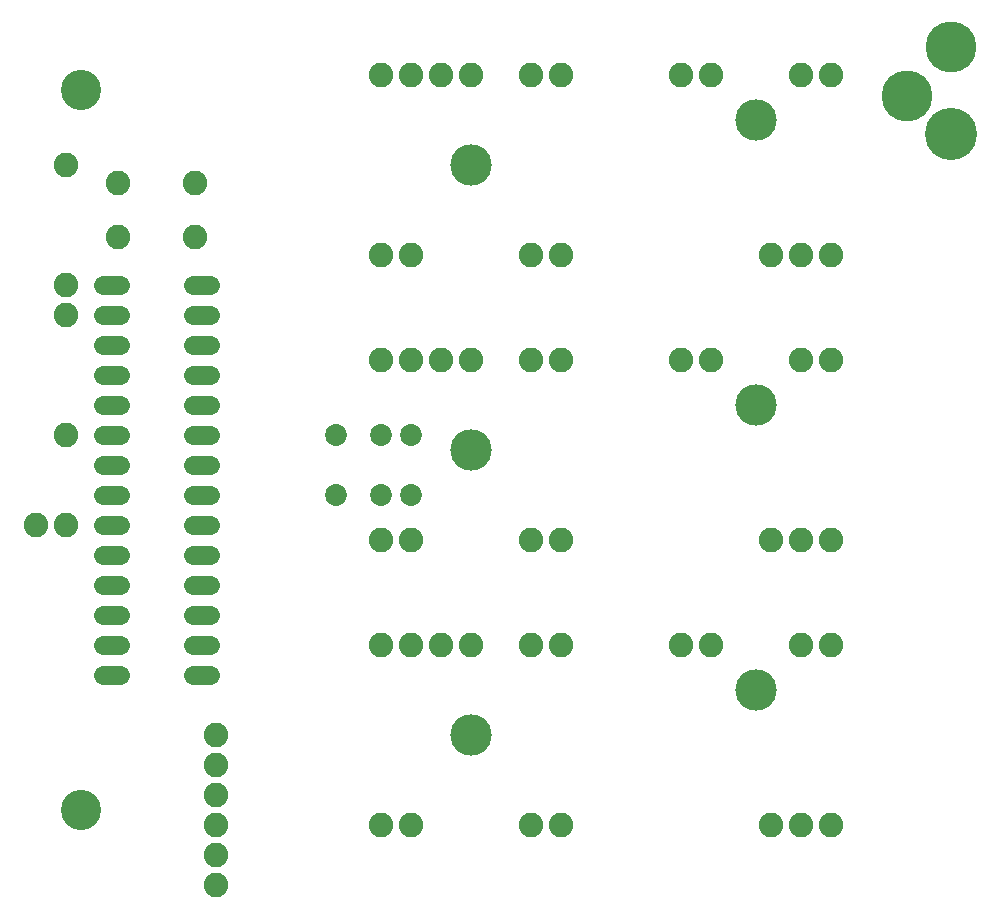
<source format=gts>
G75*
G70*
%OFA0B0*%
%FSLAX24Y24*%
%IPPOS*%
%LPD*%
%AMOC8*
5,1,8,0,0,1.08239X$1,22.5*
%
%ADD10C,0.1340*%
%ADD11C,0.0640*%
%ADD12C,0.0730*%
%ADD13C,0.1740*%
%ADD14C,0.1700*%
%ADD15C,0.0820*%
%ADD16C,0.1380*%
D10*
X003686Y004681D03*
X003686Y028681D03*
D11*
X004406Y022181D02*
X004966Y022181D01*
X004966Y021181D02*
X004406Y021181D01*
X004406Y020181D02*
X004966Y020181D01*
X004966Y019181D02*
X004406Y019181D01*
X004406Y018181D02*
X004966Y018181D01*
X004966Y017181D02*
X004406Y017181D01*
X004406Y016181D02*
X004966Y016181D01*
X004966Y015181D02*
X004406Y015181D01*
X004406Y014181D02*
X004966Y014181D01*
X004966Y013181D02*
X004406Y013181D01*
X004406Y012181D02*
X004966Y012181D01*
X004966Y011181D02*
X004406Y011181D01*
X004406Y010181D02*
X004966Y010181D01*
X004966Y009181D02*
X004406Y009181D01*
X007406Y009181D02*
X007966Y009181D01*
X007966Y010181D02*
X007406Y010181D01*
X007406Y011181D02*
X007966Y011181D01*
X007966Y012181D02*
X007406Y012181D01*
X007406Y013181D02*
X007966Y013181D01*
X007966Y014181D02*
X007406Y014181D01*
X007406Y015181D02*
X007966Y015181D01*
X007966Y016181D02*
X007406Y016181D01*
X007406Y017181D02*
X007966Y017181D01*
X007966Y018181D02*
X007406Y018181D01*
X007406Y019181D02*
X007966Y019181D01*
X007966Y020181D02*
X007406Y020181D01*
X007406Y021181D02*
X007966Y021181D01*
X007966Y022181D02*
X007406Y022181D01*
D12*
X012186Y017181D03*
X013686Y017181D03*
X014686Y017181D03*
X014686Y015181D03*
X013686Y015181D03*
X012186Y015181D03*
D13*
X032686Y027218D03*
D14*
X031205Y028469D03*
X032676Y030100D03*
D15*
X028686Y029181D03*
X027686Y029181D03*
X024686Y029181D03*
X023686Y029181D03*
X019686Y029181D03*
X018686Y029181D03*
X016686Y029181D03*
X015686Y029181D03*
X014686Y029181D03*
X013686Y029181D03*
X007466Y025571D03*
X007466Y023791D03*
X004906Y023791D03*
X003186Y022181D03*
X003186Y021181D03*
X003186Y017181D03*
X003186Y014181D03*
X002186Y014181D03*
X008186Y007181D03*
X008186Y006181D03*
X008186Y005181D03*
X008186Y004181D03*
X008186Y003181D03*
X008186Y002181D03*
X013686Y004181D03*
X014686Y004181D03*
X018686Y004181D03*
X019686Y004181D03*
X019686Y010181D03*
X018686Y010181D03*
X016686Y010181D03*
X015686Y010181D03*
X014686Y010181D03*
X013686Y010181D03*
X013686Y013681D03*
X014686Y013681D03*
X018686Y013681D03*
X019686Y013681D03*
X023686Y010181D03*
X024686Y010181D03*
X027686Y010181D03*
X028686Y010181D03*
X028686Y013681D03*
X027686Y013681D03*
X026686Y013681D03*
X027686Y019681D03*
X028686Y019681D03*
X028686Y023181D03*
X027686Y023181D03*
X026686Y023181D03*
X024686Y019681D03*
X023686Y019681D03*
X019686Y019681D03*
X018686Y019681D03*
X016686Y019681D03*
X015686Y019681D03*
X014686Y019681D03*
X013686Y019681D03*
X013686Y023181D03*
X014686Y023181D03*
X018686Y023181D03*
X019686Y023181D03*
X004906Y025571D03*
X003186Y026181D03*
X026686Y004181D03*
X027686Y004181D03*
X028686Y004181D03*
D16*
X026186Y008681D03*
X016686Y007181D03*
X016686Y016681D03*
X026186Y018181D03*
X016686Y026181D03*
X026186Y027681D03*
M02*

</source>
